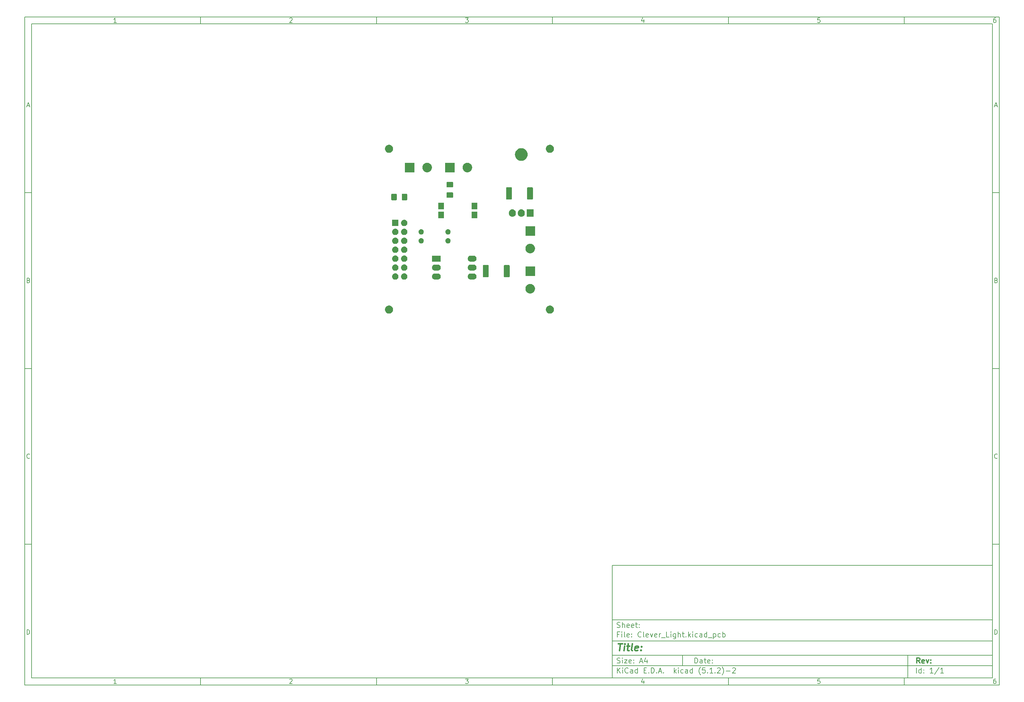
<source format=gbr>
G04 #@! TF.GenerationSoftware,KiCad,Pcbnew,(5.1.2)-2*
G04 #@! TF.CreationDate,2019-08-12T18:41:55+03:00*
G04 #@! TF.ProjectId,Clever_Light,436c6576-6572-45f4-9c69-6768742e6b69,rev?*
G04 #@! TF.SameCoordinates,Original*
G04 #@! TF.FileFunction,Soldermask,Bot*
G04 #@! TF.FilePolarity,Negative*
%FSLAX46Y46*%
G04 Gerber Fmt 4.6, Leading zero omitted, Abs format (unit mm)*
G04 Created by KiCad (PCBNEW (5.1.2)-2) date 2019-08-12 18:41:55*
%MOMM*%
%LPD*%
G04 APERTURE LIST*
%ADD10C,0.100000*%
%ADD11C,0.150000*%
%ADD12C,0.300000*%
%ADD13C,0.400000*%
G04 APERTURE END LIST*
D10*
D11*
X177002200Y-166007200D02*
X177002200Y-198007200D01*
X285002200Y-198007200D01*
X285002200Y-166007200D01*
X177002200Y-166007200D01*
D10*
D11*
X10000000Y-10000000D02*
X10000000Y-200007200D01*
X287002200Y-200007200D01*
X287002200Y-10000000D01*
X10000000Y-10000000D01*
D10*
D11*
X12000000Y-12000000D02*
X12000000Y-198007200D01*
X285002200Y-198007200D01*
X285002200Y-12000000D01*
X12000000Y-12000000D01*
D10*
D11*
X60000000Y-12000000D02*
X60000000Y-10000000D01*
D10*
D11*
X110000000Y-12000000D02*
X110000000Y-10000000D01*
D10*
D11*
X160000000Y-12000000D02*
X160000000Y-10000000D01*
D10*
D11*
X210000000Y-12000000D02*
X210000000Y-10000000D01*
D10*
D11*
X260000000Y-12000000D02*
X260000000Y-10000000D01*
D10*
D11*
X36065476Y-11588095D02*
X35322619Y-11588095D01*
X35694047Y-11588095D02*
X35694047Y-10288095D01*
X35570238Y-10473809D01*
X35446428Y-10597619D01*
X35322619Y-10659523D01*
D10*
D11*
X85322619Y-10411904D02*
X85384523Y-10350000D01*
X85508333Y-10288095D01*
X85817857Y-10288095D01*
X85941666Y-10350000D01*
X86003571Y-10411904D01*
X86065476Y-10535714D01*
X86065476Y-10659523D01*
X86003571Y-10845238D01*
X85260714Y-11588095D01*
X86065476Y-11588095D01*
D10*
D11*
X135260714Y-10288095D02*
X136065476Y-10288095D01*
X135632142Y-10783333D01*
X135817857Y-10783333D01*
X135941666Y-10845238D01*
X136003571Y-10907142D01*
X136065476Y-11030952D01*
X136065476Y-11340476D01*
X136003571Y-11464285D01*
X135941666Y-11526190D01*
X135817857Y-11588095D01*
X135446428Y-11588095D01*
X135322619Y-11526190D01*
X135260714Y-11464285D01*
D10*
D11*
X185941666Y-10721428D02*
X185941666Y-11588095D01*
X185632142Y-10226190D02*
X185322619Y-11154761D01*
X186127380Y-11154761D01*
D10*
D11*
X236003571Y-10288095D02*
X235384523Y-10288095D01*
X235322619Y-10907142D01*
X235384523Y-10845238D01*
X235508333Y-10783333D01*
X235817857Y-10783333D01*
X235941666Y-10845238D01*
X236003571Y-10907142D01*
X236065476Y-11030952D01*
X236065476Y-11340476D01*
X236003571Y-11464285D01*
X235941666Y-11526190D01*
X235817857Y-11588095D01*
X235508333Y-11588095D01*
X235384523Y-11526190D01*
X235322619Y-11464285D01*
D10*
D11*
X285941666Y-10288095D02*
X285694047Y-10288095D01*
X285570238Y-10350000D01*
X285508333Y-10411904D01*
X285384523Y-10597619D01*
X285322619Y-10845238D01*
X285322619Y-11340476D01*
X285384523Y-11464285D01*
X285446428Y-11526190D01*
X285570238Y-11588095D01*
X285817857Y-11588095D01*
X285941666Y-11526190D01*
X286003571Y-11464285D01*
X286065476Y-11340476D01*
X286065476Y-11030952D01*
X286003571Y-10907142D01*
X285941666Y-10845238D01*
X285817857Y-10783333D01*
X285570238Y-10783333D01*
X285446428Y-10845238D01*
X285384523Y-10907142D01*
X285322619Y-11030952D01*
D10*
D11*
X60000000Y-198007200D02*
X60000000Y-200007200D01*
D10*
D11*
X110000000Y-198007200D02*
X110000000Y-200007200D01*
D10*
D11*
X160000000Y-198007200D02*
X160000000Y-200007200D01*
D10*
D11*
X210000000Y-198007200D02*
X210000000Y-200007200D01*
D10*
D11*
X260000000Y-198007200D02*
X260000000Y-200007200D01*
D10*
D11*
X36065476Y-199595295D02*
X35322619Y-199595295D01*
X35694047Y-199595295D02*
X35694047Y-198295295D01*
X35570238Y-198481009D01*
X35446428Y-198604819D01*
X35322619Y-198666723D01*
D10*
D11*
X85322619Y-198419104D02*
X85384523Y-198357200D01*
X85508333Y-198295295D01*
X85817857Y-198295295D01*
X85941666Y-198357200D01*
X86003571Y-198419104D01*
X86065476Y-198542914D01*
X86065476Y-198666723D01*
X86003571Y-198852438D01*
X85260714Y-199595295D01*
X86065476Y-199595295D01*
D10*
D11*
X135260714Y-198295295D02*
X136065476Y-198295295D01*
X135632142Y-198790533D01*
X135817857Y-198790533D01*
X135941666Y-198852438D01*
X136003571Y-198914342D01*
X136065476Y-199038152D01*
X136065476Y-199347676D01*
X136003571Y-199471485D01*
X135941666Y-199533390D01*
X135817857Y-199595295D01*
X135446428Y-199595295D01*
X135322619Y-199533390D01*
X135260714Y-199471485D01*
D10*
D11*
X185941666Y-198728628D02*
X185941666Y-199595295D01*
X185632142Y-198233390D02*
X185322619Y-199161961D01*
X186127380Y-199161961D01*
D10*
D11*
X236003571Y-198295295D02*
X235384523Y-198295295D01*
X235322619Y-198914342D01*
X235384523Y-198852438D01*
X235508333Y-198790533D01*
X235817857Y-198790533D01*
X235941666Y-198852438D01*
X236003571Y-198914342D01*
X236065476Y-199038152D01*
X236065476Y-199347676D01*
X236003571Y-199471485D01*
X235941666Y-199533390D01*
X235817857Y-199595295D01*
X235508333Y-199595295D01*
X235384523Y-199533390D01*
X235322619Y-199471485D01*
D10*
D11*
X285941666Y-198295295D02*
X285694047Y-198295295D01*
X285570238Y-198357200D01*
X285508333Y-198419104D01*
X285384523Y-198604819D01*
X285322619Y-198852438D01*
X285322619Y-199347676D01*
X285384523Y-199471485D01*
X285446428Y-199533390D01*
X285570238Y-199595295D01*
X285817857Y-199595295D01*
X285941666Y-199533390D01*
X286003571Y-199471485D01*
X286065476Y-199347676D01*
X286065476Y-199038152D01*
X286003571Y-198914342D01*
X285941666Y-198852438D01*
X285817857Y-198790533D01*
X285570238Y-198790533D01*
X285446428Y-198852438D01*
X285384523Y-198914342D01*
X285322619Y-199038152D01*
D10*
D11*
X10000000Y-60000000D02*
X12000000Y-60000000D01*
D10*
D11*
X10000000Y-110000000D02*
X12000000Y-110000000D01*
D10*
D11*
X10000000Y-160000000D02*
X12000000Y-160000000D01*
D10*
D11*
X10690476Y-35216666D02*
X11309523Y-35216666D01*
X10566666Y-35588095D02*
X11000000Y-34288095D01*
X11433333Y-35588095D01*
D10*
D11*
X11092857Y-84907142D02*
X11278571Y-84969047D01*
X11340476Y-85030952D01*
X11402380Y-85154761D01*
X11402380Y-85340476D01*
X11340476Y-85464285D01*
X11278571Y-85526190D01*
X11154761Y-85588095D01*
X10659523Y-85588095D01*
X10659523Y-84288095D01*
X11092857Y-84288095D01*
X11216666Y-84350000D01*
X11278571Y-84411904D01*
X11340476Y-84535714D01*
X11340476Y-84659523D01*
X11278571Y-84783333D01*
X11216666Y-84845238D01*
X11092857Y-84907142D01*
X10659523Y-84907142D01*
D10*
D11*
X11402380Y-135464285D02*
X11340476Y-135526190D01*
X11154761Y-135588095D01*
X11030952Y-135588095D01*
X10845238Y-135526190D01*
X10721428Y-135402380D01*
X10659523Y-135278571D01*
X10597619Y-135030952D01*
X10597619Y-134845238D01*
X10659523Y-134597619D01*
X10721428Y-134473809D01*
X10845238Y-134350000D01*
X11030952Y-134288095D01*
X11154761Y-134288095D01*
X11340476Y-134350000D01*
X11402380Y-134411904D01*
D10*
D11*
X10659523Y-185588095D02*
X10659523Y-184288095D01*
X10969047Y-184288095D01*
X11154761Y-184350000D01*
X11278571Y-184473809D01*
X11340476Y-184597619D01*
X11402380Y-184845238D01*
X11402380Y-185030952D01*
X11340476Y-185278571D01*
X11278571Y-185402380D01*
X11154761Y-185526190D01*
X10969047Y-185588095D01*
X10659523Y-185588095D01*
D10*
D11*
X287002200Y-60000000D02*
X285002200Y-60000000D01*
D10*
D11*
X287002200Y-110000000D02*
X285002200Y-110000000D01*
D10*
D11*
X287002200Y-160000000D02*
X285002200Y-160000000D01*
D10*
D11*
X285692676Y-35216666D02*
X286311723Y-35216666D01*
X285568866Y-35588095D02*
X286002200Y-34288095D01*
X286435533Y-35588095D01*
D10*
D11*
X286095057Y-84907142D02*
X286280771Y-84969047D01*
X286342676Y-85030952D01*
X286404580Y-85154761D01*
X286404580Y-85340476D01*
X286342676Y-85464285D01*
X286280771Y-85526190D01*
X286156961Y-85588095D01*
X285661723Y-85588095D01*
X285661723Y-84288095D01*
X286095057Y-84288095D01*
X286218866Y-84350000D01*
X286280771Y-84411904D01*
X286342676Y-84535714D01*
X286342676Y-84659523D01*
X286280771Y-84783333D01*
X286218866Y-84845238D01*
X286095057Y-84907142D01*
X285661723Y-84907142D01*
D10*
D11*
X286404580Y-135464285D02*
X286342676Y-135526190D01*
X286156961Y-135588095D01*
X286033152Y-135588095D01*
X285847438Y-135526190D01*
X285723628Y-135402380D01*
X285661723Y-135278571D01*
X285599819Y-135030952D01*
X285599819Y-134845238D01*
X285661723Y-134597619D01*
X285723628Y-134473809D01*
X285847438Y-134350000D01*
X286033152Y-134288095D01*
X286156961Y-134288095D01*
X286342676Y-134350000D01*
X286404580Y-134411904D01*
D10*
D11*
X285661723Y-185588095D02*
X285661723Y-184288095D01*
X285971247Y-184288095D01*
X286156961Y-184350000D01*
X286280771Y-184473809D01*
X286342676Y-184597619D01*
X286404580Y-184845238D01*
X286404580Y-185030952D01*
X286342676Y-185278571D01*
X286280771Y-185402380D01*
X286156961Y-185526190D01*
X285971247Y-185588095D01*
X285661723Y-185588095D01*
D10*
D11*
X200434342Y-193785771D02*
X200434342Y-192285771D01*
X200791485Y-192285771D01*
X201005771Y-192357200D01*
X201148628Y-192500057D01*
X201220057Y-192642914D01*
X201291485Y-192928628D01*
X201291485Y-193142914D01*
X201220057Y-193428628D01*
X201148628Y-193571485D01*
X201005771Y-193714342D01*
X200791485Y-193785771D01*
X200434342Y-193785771D01*
X202577200Y-193785771D02*
X202577200Y-193000057D01*
X202505771Y-192857200D01*
X202362914Y-192785771D01*
X202077200Y-192785771D01*
X201934342Y-192857200D01*
X202577200Y-193714342D02*
X202434342Y-193785771D01*
X202077200Y-193785771D01*
X201934342Y-193714342D01*
X201862914Y-193571485D01*
X201862914Y-193428628D01*
X201934342Y-193285771D01*
X202077200Y-193214342D01*
X202434342Y-193214342D01*
X202577200Y-193142914D01*
X203077200Y-192785771D02*
X203648628Y-192785771D01*
X203291485Y-192285771D02*
X203291485Y-193571485D01*
X203362914Y-193714342D01*
X203505771Y-193785771D01*
X203648628Y-193785771D01*
X204720057Y-193714342D02*
X204577200Y-193785771D01*
X204291485Y-193785771D01*
X204148628Y-193714342D01*
X204077200Y-193571485D01*
X204077200Y-193000057D01*
X204148628Y-192857200D01*
X204291485Y-192785771D01*
X204577200Y-192785771D01*
X204720057Y-192857200D01*
X204791485Y-193000057D01*
X204791485Y-193142914D01*
X204077200Y-193285771D01*
X205434342Y-193642914D02*
X205505771Y-193714342D01*
X205434342Y-193785771D01*
X205362914Y-193714342D01*
X205434342Y-193642914D01*
X205434342Y-193785771D01*
X205434342Y-192857200D02*
X205505771Y-192928628D01*
X205434342Y-193000057D01*
X205362914Y-192928628D01*
X205434342Y-192857200D01*
X205434342Y-193000057D01*
D10*
D11*
X177002200Y-194507200D02*
X285002200Y-194507200D01*
D10*
D11*
X178434342Y-196585771D02*
X178434342Y-195085771D01*
X179291485Y-196585771D02*
X178648628Y-195728628D01*
X179291485Y-195085771D02*
X178434342Y-195942914D01*
X179934342Y-196585771D02*
X179934342Y-195585771D01*
X179934342Y-195085771D02*
X179862914Y-195157200D01*
X179934342Y-195228628D01*
X180005771Y-195157200D01*
X179934342Y-195085771D01*
X179934342Y-195228628D01*
X181505771Y-196442914D02*
X181434342Y-196514342D01*
X181220057Y-196585771D01*
X181077200Y-196585771D01*
X180862914Y-196514342D01*
X180720057Y-196371485D01*
X180648628Y-196228628D01*
X180577200Y-195942914D01*
X180577200Y-195728628D01*
X180648628Y-195442914D01*
X180720057Y-195300057D01*
X180862914Y-195157200D01*
X181077200Y-195085771D01*
X181220057Y-195085771D01*
X181434342Y-195157200D01*
X181505771Y-195228628D01*
X182791485Y-196585771D02*
X182791485Y-195800057D01*
X182720057Y-195657200D01*
X182577200Y-195585771D01*
X182291485Y-195585771D01*
X182148628Y-195657200D01*
X182791485Y-196514342D02*
X182648628Y-196585771D01*
X182291485Y-196585771D01*
X182148628Y-196514342D01*
X182077200Y-196371485D01*
X182077200Y-196228628D01*
X182148628Y-196085771D01*
X182291485Y-196014342D01*
X182648628Y-196014342D01*
X182791485Y-195942914D01*
X184148628Y-196585771D02*
X184148628Y-195085771D01*
X184148628Y-196514342D02*
X184005771Y-196585771D01*
X183720057Y-196585771D01*
X183577200Y-196514342D01*
X183505771Y-196442914D01*
X183434342Y-196300057D01*
X183434342Y-195871485D01*
X183505771Y-195728628D01*
X183577200Y-195657200D01*
X183720057Y-195585771D01*
X184005771Y-195585771D01*
X184148628Y-195657200D01*
X186005771Y-195800057D02*
X186505771Y-195800057D01*
X186720057Y-196585771D02*
X186005771Y-196585771D01*
X186005771Y-195085771D01*
X186720057Y-195085771D01*
X187362914Y-196442914D02*
X187434342Y-196514342D01*
X187362914Y-196585771D01*
X187291485Y-196514342D01*
X187362914Y-196442914D01*
X187362914Y-196585771D01*
X188077200Y-196585771D02*
X188077200Y-195085771D01*
X188434342Y-195085771D01*
X188648628Y-195157200D01*
X188791485Y-195300057D01*
X188862914Y-195442914D01*
X188934342Y-195728628D01*
X188934342Y-195942914D01*
X188862914Y-196228628D01*
X188791485Y-196371485D01*
X188648628Y-196514342D01*
X188434342Y-196585771D01*
X188077200Y-196585771D01*
X189577200Y-196442914D02*
X189648628Y-196514342D01*
X189577200Y-196585771D01*
X189505771Y-196514342D01*
X189577200Y-196442914D01*
X189577200Y-196585771D01*
X190220057Y-196157200D02*
X190934342Y-196157200D01*
X190077200Y-196585771D02*
X190577200Y-195085771D01*
X191077200Y-196585771D01*
X191577200Y-196442914D02*
X191648628Y-196514342D01*
X191577200Y-196585771D01*
X191505771Y-196514342D01*
X191577200Y-196442914D01*
X191577200Y-196585771D01*
X194577200Y-196585771D02*
X194577200Y-195085771D01*
X194720057Y-196014342D02*
X195148628Y-196585771D01*
X195148628Y-195585771D02*
X194577200Y-196157200D01*
X195791485Y-196585771D02*
X195791485Y-195585771D01*
X195791485Y-195085771D02*
X195720057Y-195157200D01*
X195791485Y-195228628D01*
X195862914Y-195157200D01*
X195791485Y-195085771D01*
X195791485Y-195228628D01*
X197148628Y-196514342D02*
X197005771Y-196585771D01*
X196720057Y-196585771D01*
X196577200Y-196514342D01*
X196505771Y-196442914D01*
X196434342Y-196300057D01*
X196434342Y-195871485D01*
X196505771Y-195728628D01*
X196577200Y-195657200D01*
X196720057Y-195585771D01*
X197005771Y-195585771D01*
X197148628Y-195657200D01*
X198434342Y-196585771D02*
X198434342Y-195800057D01*
X198362914Y-195657200D01*
X198220057Y-195585771D01*
X197934342Y-195585771D01*
X197791485Y-195657200D01*
X198434342Y-196514342D02*
X198291485Y-196585771D01*
X197934342Y-196585771D01*
X197791485Y-196514342D01*
X197720057Y-196371485D01*
X197720057Y-196228628D01*
X197791485Y-196085771D01*
X197934342Y-196014342D01*
X198291485Y-196014342D01*
X198434342Y-195942914D01*
X199791485Y-196585771D02*
X199791485Y-195085771D01*
X199791485Y-196514342D02*
X199648628Y-196585771D01*
X199362914Y-196585771D01*
X199220057Y-196514342D01*
X199148628Y-196442914D01*
X199077200Y-196300057D01*
X199077200Y-195871485D01*
X199148628Y-195728628D01*
X199220057Y-195657200D01*
X199362914Y-195585771D01*
X199648628Y-195585771D01*
X199791485Y-195657200D01*
X202077200Y-197157200D02*
X202005771Y-197085771D01*
X201862914Y-196871485D01*
X201791485Y-196728628D01*
X201720057Y-196514342D01*
X201648628Y-196157200D01*
X201648628Y-195871485D01*
X201720057Y-195514342D01*
X201791485Y-195300057D01*
X201862914Y-195157200D01*
X202005771Y-194942914D01*
X202077200Y-194871485D01*
X203362914Y-195085771D02*
X202648628Y-195085771D01*
X202577200Y-195800057D01*
X202648628Y-195728628D01*
X202791485Y-195657200D01*
X203148628Y-195657200D01*
X203291485Y-195728628D01*
X203362914Y-195800057D01*
X203434342Y-195942914D01*
X203434342Y-196300057D01*
X203362914Y-196442914D01*
X203291485Y-196514342D01*
X203148628Y-196585771D01*
X202791485Y-196585771D01*
X202648628Y-196514342D01*
X202577200Y-196442914D01*
X204077200Y-196442914D02*
X204148628Y-196514342D01*
X204077200Y-196585771D01*
X204005771Y-196514342D01*
X204077200Y-196442914D01*
X204077200Y-196585771D01*
X205577200Y-196585771D02*
X204720057Y-196585771D01*
X205148628Y-196585771D02*
X205148628Y-195085771D01*
X205005771Y-195300057D01*
X204862914Y-195442914D01*
X204720057Y-195514342D01*
X206220057Y-196442914D02*
X206291485Y-196514342D01*
X206220057Y-196585771D01*
X206148628Y-196514342D01*
X206220057Y-196442914D01*
X206220057Y-196585771D01*
X206862914Y-195228628D02*
X206934342Y-195157200D01*
X207077200Y-195085771D01*
X207434342Y-195085771D01*
X207577200Y-195157200D01*
X207648628Y-195228628D01*
X207720057Y-195371485D01*
X207720057Y-195514342D01*
X207648628Y-195728628D01*
X206791485Y-196585771D01*
X207720057Y-196585771D01*
X208220057Y-197157200D02*
X208291485Y-197085771D01*
X208434342Y-196871485D01*
X208505771Y-196728628D01*
X208577200Y-196514342D01*
X208648628Y-196157200D01*
X208648628Y-195871485D01*
X208577200Y-195514342D01*
X208505771Y-195300057D01*
X208434342Y-195157200D01*
X208291485Y-194942914D01*
X208220057Y-194871485D01*
X209362914Y-196014342D02*
X210505771Y-196014342D01*
X211148628Y-195228628D02*
X211220057Y-195157200D01*
X211362914Y-195085771D01*
X211720057Y-195085771D01*
X211862914Y-195157200D01*
X211934342Y-195228628D01*
X212005771Y-195371485D01*
X212005771Y-195514342D01*
X211934342Y-195728628D01*
X211077200Y-196585771D01*
X212005771Y-196585771D01*
D10*
D11*
X177002200Y-191507200D02*
X285002200Y-191507200D01*
D10*
D12*
X264411485Y-193785771D02*
X263911485Y-193071485D01*
X263554342Y-193785771D02*
X263554342Y-192285771D01*
X264125771Y-192285771D01*
X264268628Y-192357200D01*
X264340057Y-192428628D01*
X264411485Y-192571485D01*
X264411485Y-192785771D01*
X264340057Y-192928628D01*
X264268628Y-193000057D01*
X264125771Y-193071485D01*
X263554342Y-193071485D01*
X265625771Y-193714342D02*
X265482914Y-193785771D01*
X265197200Y-193785771D01*
X265054342Y-193714342D01*
X264982914Y-193571485D01*
X264982914Y-193000057D01*
X265054342Y-192857200D01*
X265197200Y-192785771D01*
X265482914Y-192785771D01*
X265625771Y-192857200D01*
X265697200Y-193000057D01*
X265697200Y-193142914D01*
X264982914Y-193285771D01*
X266197200Y-192785771D02*
X266554342Y-193785771D01*
X266911485Y-192785771D01*
X267482914Y-193642914D02*
X267554342Y-193714342D01*
X267482914Y-193785771D01*
X267411485Y-193714342D01*
X267482914Y-193642914D01*
X267482914Y-193785771D01*
X267482914Y-192857200D02*
X267554342Y-192928628D01*
X267482914Y-193000057D01*
X267411485Y-192928628D01*
X267482914Y-192857200D01*
X267482914Y-193000057D01*
D10*
D11*
X178362914Y-193714342D02*
X178577200Y-193785771D01*
X178934342Y-193785771D01*
X179077200Y-193714342D01*
X179148628Y-193642914D01*
X179220057Y-193500057D01*
X179220057Y-193357200D01*
X179148628Y-193214342D01*
X179077200Y-193142914D01*
X178934342Y-193071485D01*
X178648628Y-193000057D01*
X178505771Y-192928628D01*
X178434342Y-192857200D01*
X178362914Y-192714342D01*
X178362914Y-192571485D01*
X178434342Y-192428628D01*
X178505771Y-192357200D01*
X178648628Y-192285771D01*
X179005771Y-192285771D01*
X179220057Y-192357200D01*
X179862914Y-193785771D02*
X179862914Y-192785771D01*
X179862914Y-192285771D02*
X179791485Y-192357200D01*
X179862914Y-192428628D01*
X179934342Y-192357200D01*
X179862914Y-192285771D01*
X179862914Y-192428628D01*
X180434342Y-192785771D02*
X181220057Y-192785771D01*
X180434342Y-193785771D01*
X181220057Y-193785771D01*
X182362914Y-193714342D02*
X182220057Y-193785771D01*
X181934342Y-193785771D01*
X181791485Y-193714342D01*
X181720057Y-193571485D01*
X181720057Y-193000057D01*
X181791485Y-192857200D01*
X181934342Y-192785771D01*
X182220057Y-192785771D01*
X182362914Y-192857200D01*
X182434342Y-193000057D01*
X182434342Y-193142914D01*
X181720057Y-193285771D01*
X183077200Y-193642914D02*
X183148628Y-193714342D01*
X183077200Y-193785771D01*
X183005771Y-193714342D01*
X183077200Y-193642914D01*
X183077200Y-193785771D01*
X183077200Y-192857200D02*
X183148628Y-192928628D01*
X183077200Y-193000057D01*
X183005771Y-192928628D01*
X183077200Y-192857200D01*
X183077200Y-193000057D01*
X184862914Y-193357200D02*
X185577200Y-193357200D01*
X184720057Y-193785771D02*
X185220057Y-192285771D01*
X185720057Y-193785771D01*
X186862914Y-192785771D02*
X186862914Y-193785771D01*
X186505771Y-192214342D02*
X186148628Y-193285771D01*
X187077200Y-193285771D01*
D10*
D11*
X263434342Y-196585771D02*
X263434342Y-195085771D01*
X264791485Y-196585771D02*
X264791485Y-195085771D01*
X264791485Y-196514342D02*
X264648628Y-196585771D01*
X264362914Y-196585771D01*
X264220057Y-196514342D01*
X264148628Y-196442914D01*
X264077200Y-196300057D01*
X264077200Y-195871485D01*
X264148628Y-195728628D01*
X264220057Y-195657200D01*
X264362914Y-195585771D01*
X264648628Y-195585771D01*
X264791485Y-195657200D01*
X265505771Y-196442914D02*
X265577200Y-196514342D01*
X265505771Y-196585771D01*
X265434342Y-196514342D01*
X265505771Y-196442914D01*
X265505771Y-196585771D01*
X265505771Y-195657200D02*
X265577200Y-195728628D01*
X265505771Y-195800057D01*
X265434342Y-195728628D01*
X265505771Y-195657200D01*
X265505771Y-195800057D01*
X268148628Y-196585771D02*
X267291485Y-196585771D01*
X267720057Y-196585771D02*
X267720057Y-195085771D01*
X267577200Y-195300057D01*
X267434342Y-195442914D01*
X267291485Y-195514342D01*
X269862914Y-195014342D02*
X268577200Y-196942914D01*
X271148628Y-196585771D02*
X270291485Y-196585771D01*
X270720057Y-196585771D02*
X270720057Y-195085771D01*
X270577200Y-195300057D01*
X270434342Y-195442914D01*
X270291485Y-195514342D01*
D10*
D11*
X177002200Y-187507200D02*
X285002200Y-187507200D01*
D10*
D13*
X178714580Y-188211961D02*
X179857438Y-188211961D01*
X179036009Y-190211961D02*
X179286009Y-188211961D01*
X180274104Y-190211961D02*
X180440771Y-188878628D01*
X180524104Y-188211961D02*
X180416961Y-188307200D01*
X180500295Y-188402438D01*
X180607438Y-188307200D01*
X180524104Y-188211961D01*
X180500295Y-188402438D01*
X181107438Y-188878628D02*
X181869342Y-188878628D01*
X181476485Y-188211961D02*
X181262200Y-189926247D01*
X181333628Y-190116723D01*
X181512200Y-190211961D01*
X181702676Y-190211961D01*
X182655057Y-190211961D02*
X182476485Y-190116723D01*
X182405057Y-189926247D01*
X182619342Y-188211961D01*
X184190771Y-190116723D02*
X183988390Y-190211961D01*
X183607438Y-190211961D01*
X183428866Y-190116723D01*
X183357438Y-189926247D01*
X183452676Y-189164342D01*
X183571723Y-188973866D01*
X183774104Y-188878628D01*
X184155057Y-188878628D01*
X184333628Y-188973866D01*
X184405057Y-189164342D01*
X184381247Y-189354819D01*
X183405057Y-189545295D01*
X185155057Y-190021485D02*
X185238390Y-190116723D01*
X185131247Y-190211961D01*
X185047914Y-190116723D01*
X185155057Y-190021485D01*
X185131247Y-190211961D01*
X185286009Y-188973866D02*
X185369342Y-189069104D01*
X185262200Y-189164342D01*
X185178866Y-189069104D01*
X185286009Y-188973866D01*
X185262200Y-189164342D01*
D10*
D11*
X178934342Y-185600057D02*
X178434342Y-185600057D01*
X178434342Y-186385771D02*
X178434342Y-184885771D01*
X179148628Y-184885771D01*
X179720057Y-186385771D02*
X179720057Y-185385771D01*
X179720057Y-184885771D02*
X179648628Y-184957200D01*
X179720057Y-185028628D01*
X179791485Y-184957200D01*
X179720057Y-184885771D01*
X179720057Y-185028628D01*
X180648628Y-186385771D02*
X180505771Y-186314342D01*
X180434342Y-186171485D01*
X180434342Y-184885771D01*
X181791485Y-186314342D02*
X181648628Y-186385771D01*
X181362914Y-186385771D01*
X181220057Y-186314342D01*
X181148628Y-186171485D01*
X181148628Y-185600057D01*
X181220057Y-185457200D01*
X181362914Y-185385771D01*
X181648628Y-185385771D01*
X181791485Y-185457200D01*
X181862914Y-185600057D01*
X181862914Y-185742914D01*
X181148628Y-185885771D01*
X182505771Y-186242914D02*
X182577200Y-186314342D01*
X182505771Y-186385771D01*
X182434342Y-186314342D01*
X182505771Y-186242914D01*
X182505771Y-186385771D01*
X182505771Y-185457200D02*
X182577200Y-185528628D01*
X182505771Y-185600057D01*
X182434342Y-185528628D01*
X182505771Y-185457200D01*
X182505771Y-185600057D01*
X185220057Y-186242914D02*
X185148628Y-186314342D01*
X184934342Y-186385771D01*
X184791485Y-186385771D01*
X184577200Y-186314342D01*
X184434342Y-186171485D01*
X184362914Y-186028628D01*
X184291485Y-185742914D01*
X184291485Y-185528628D01*
X184362914Y-185242914D01*
X184434342Y-185100057D01*
X184577200Y-184957200D01*
X184791485Y-184885771D01*
X184934342Y-184885771D01*
X185148628Y-184957200D01*
X185220057Y-185028628D01*
X186077200Y-186385771D02*
X185934342Y-186314342D01*
X185862914Y-186171485D01*
X185862914Y-184885771D01*
X187220057Y-186314342D02*
X187077200Y-186385771D01*
X186791485Y-186385771D01*
X186648628Y-186314342D01*
X186577200Y-186171485D01*
X186577200Y-185600057D01*
X186648628Y-185457200D01*
X186791485Y-185385771D01*
X187077200Y-185385771D01*
X187220057Y-185457200D01*
X187291485Y-185600057D01*
X187291485Y-185742914D01*
X186577200Y-185885771D01*
X187791485Y-185385771D02*
X188148628Y-186385771D01*
X188505771Y-185385771D01*
X189648628Y-186314342D02*
X189505771Y-186385771D01*
X189220057Y-186385771D01*
X189077200Y-186314342D01*
X189005771Y-186171485D01*
X189005771Y-185600057D01*
X189077200Y-185457200D01*
X189220057Y-185385771D01*
X189505771Y-185385771D01*
X189648628Y-185457200D01*
X189720057Y-185600057D01*
X189720057Y-185742914D01*
X189005771Y-185885771D01*
X190362914Y-186385771D02*
X190362914Y-185385771D01*
X190362914Y-185671485D02*
X190434342Y-185528628D01*
X190505771Y-185457200D01*
X190648628Y-185385771D01*
X190791485Y-185385771D01*
X190934342Y-186528628D02*
X192077200Y-186528628D01*
X193148628Y-186385771D02*
X192434342Y-186385771D01*
X192434342Y-184885771D01*
X193648628Y-186385771D02*
X193648628Y-185385771D01*
X193648628Y-184885771D02*
X193577200Y-184957200D01*
X193648628Y-185028628D01*
X193720057Y-184957200D01*
X193648628Y-184885771D01*
X193648628Y-185028628D01*
X195005771Y-185385771D02*
X195005771Y-186600057D01*
X194934342Y-186742914D01*
X194862914Y-186814342D01*
X194720057Y-186885771D01*
X194505771Y-186885771D01*
X194362914Y-186814342D01*
X195005771Y-186314342D02*
X194862914Y-186385771D01*
X194577200Y-186385771D01*
X194434342Y-186314342D01*
X194362914Y-186242914D01*
X194291485Y-186100057D01*
X194291485Y-185671485D01*
X194362914Y-185528628D01*
X194434342Y-185457200D01*
X194577200Y-185385771D01*
X194862914Y-185385771D01*
X195005771Y-185457200D01*
X195720057Y-186385771D02*
X195720057Y-184885771D01*
X196362914Y-186385771D02*
X196362914Y-185600057D01*
X196291485Y-185457200D01*
X196148628Y-185385771D01*
X195934342Y-185385771D01*
X195791485Y-185457200D01*
X195720057Y-185528628D01*
X196862914Y-185385771D02*
X197434342Y-185385771D01*
X197077200Y-184885771D02*
X197077200Y-186171485D01*
X197148628Y-186314342D01*
X197291485Y-186385771D01*
X197434342Y-186385771D01*
X197934342Y-186242914D02*
X198005771Y-186314342D01*
X197934342Y-186385771D01*
X197862914Y-186314342D01*
X197934342Y-186242914D01*
X197934342Y-186385771D01*
X198648628Y-186385771D02*
X198648628Y-184885771D01*
X198791485Y-185814342D02*
X199220057Y-186385771D01*
X199220057Y-185385771D02*
X198648628Y-185957200D01*
X199862914Y-186385771D02*
X199862914Y-185385771D01*
X199862914Y-184885771D02*
X199791485Y-184957200D01*
X199862914Y-185028628D01*
X199934342Y-184957200D01*
X199862914Y-184885771D01*
X199862914Y-185028628D01*
X201220057Y-186314342D02*
X201077200Y-186385771D01*
X200791485Y-186385771D01*
X200648628Y-186314342D01*
X200577200Y-186242914D01*
X200505771Y-186100057D01*
X200505771Y-185671485D01*
X200577200Y-185528628D01*
X200648628Y-185457200D01*
X200791485Y-185385771D01*
X201077200Y-185385771D01*
X201220057Y-185457200D01*
X202505771Y-186385771D02*
X202505771Y-185600057D01*
X202434342Y-185457200D01*
X202291485Y-185385771D01*
X202005771Y-185385771D01*
X201862914Y-185457200D01*
X202505771Y-186314342D02*
X202362914Y-186385771D01*
X202005771Y-186385771D01*
X201862914Y-186314342D01*
X201791485Y-186171485D01*
X201791485Y-186028628D01*
X201862914Y-185885771D01*
X202005771Y-185814342D01*
X202362914Y-185814342D01*
X202505771Y-185742914D01*
X203862914Y-186385771D02*
X203862914Y-184885771D01*
X203862914Y-186314342D02*
X203720057Y-186385771D01*
X203434342Y-186385771D01*
X203291485Y-186314342D01*
X203220057Y-186242914D01*
X203148628Y-186100057D01*
X203148628Y-185671485D01*
X203220057Y-185528628D01*
X203291485Y-185457200D01*
X203434342Y-185385771D01*
X203720057Y-185385771D01*
X203862914Y-185457200D01*
X204220057Y-186528628D02*
X205362914Y-186528628D01*
X205720057Y-185385771D02*
X205720057Y-186885771D01*
X205720057Y-185457200D02*
X205862914Y-185385771D01*
X206148628Y-185385771D01*
X206291485Y-185457200D01*
X206362914Y-185528628D01*
X206434342Y-185671485D01*
X206434342Y-186100057D01*
X206362914Y-186242914D01*
X206291485Y-186314342D01*
X206148628Y-186385771D01*
X205862914Y-186385771D01*
X205720057Y-186314342D01*
X207720057Y-186314342D02*
X207577200Y-186385771D01*
X207291485Y-186385771D01*
X207148628Y-186314342D01*
X207077200Y-186242914D01*
X207005771Y-186100057D01*
X207005771Y-185671485D01*
X207077200Y-185528628D01*
X207148628Y-185457200D01*
X207291485Y-185385771D01*
X207577200Y-185385771D01*
X207720057Y-185457200D01*
X208362914Y-186385771D02*
X208362914Y-184885771D01*
X208362914Y-185457200D02*
X208505771Y-185385771D01*
X208791485Y-185385771D01*
X208934342Y-185457200D01*
X209005771Y-185528628D01*
X209077200Y-185671485D01*
X209077200Y-186100057D01*
X209005771Y-186242914D01*
X208934342Y-186314342D01*
X208791485Y-186385771D01*
X208505771Y-186385771D01*
X208362914Y-186314342D01*
D10*
D11*
X177002200Y-181507200D02*
X285002200Y-181507200D01*
D10*
D11*
X178362914Y-183614342D02*
X178577200Y-183685771D01*
X178934342Y-183685771D01*
X179077200Y-183614342D01*
X179148628Y-183542914D01*
X179220057Y-183400057D01*
X179220057Y-183257200D01*
X179148628Y-183114342D01*
X179077200Y-183042914D01*
X178934342Y-182971485D01*
X178648628Y-182900057D01*
X178505771Y-182828628D01*
X178434342Y-182757200D01*
X178362914Y-182614342D01*
X178362914Y-182471485D01*
X178434342Y-182328628D01*
X178505771Y-182257200D01*
X178648628Y-182185771D01*
X179005771Y-182185771D01*
X179220057Y-182257200D01*
X179862914Y-183685771D02*
X179862914Y-182185771D01*
X180505771Y-183685771D02*
X180505771Y-182900057D01*
X180434342Y-182757200D01*
X180291485Y-182685771D01*
X180077200Y-182685771D01*
X179934342Y-182757200D01*
X179862914Y-182828628D01*
X181791485Y-183614342D02*
X181648628Y-183685771D01*
X181362914Y-183685771D01*
X181220057Y-183614342D01*
X181148628Y-183471485D01*
X181148628Y-182900057D01*
X181220057Y-182757200D01*
X181362914Y-182685771D01*
X181648628Y-182685771D01*
X181791485Y-182757200D01*
X181862914Y-182900057D01*
X181862914Y-183042914D01*
X181148628Y-183185771D01*
X183077200Y-183614342D02*
X182934342Y-183685771D01*
X182648628Y-183685771D01*
X182505771Y-183614342D01*
X182434342Y-183471485D01*
X182434342Y-182900057D01*
X182505771Y-182757200D01*
X182648628Y-182685771D01*
X182934342Y-182685771D01*
X183077200Y-182757200D01*
X183148628Y-182900057D01*
X183148628Y-183042914D01*
X182434342Y-183185771D01*
X183577200Y-182685771D02*
X184148628Y-182685771D01*
X183791485Y-182185771D02*
X183791485Y-183471485D01*
X183862914Y-183614342D01*
X184005771Y-183685771D01*
X184148628Y-183685771D01*
X184648628Y-183542914D02*
X184720057Y-183614342D01*
X184648628Y-183685771D01*
X184577200Y-183614342D01*
X184648628Y-183542914D01*
X184648628Y-183685771D01*
X184648628Y-182757200D02*
X184720057Y-182828628D01*
X184648628Y-182900057D01*
X184577200Y-182828628D01*
X184648628Y-182757200D01*
X184648628Y-182900057D01*
D10*
D11*
X197002200Y-191507200D02*
X197002200Y-194507200D01*
D10*
D11*
X261002200Y-191507200D02*
X261002200Y-198007200D01*
D10*
G36*
X159482549Y-92089116D02*
G01*
X159593734Y-92111232D01*
X159803203Y-92197997D01*
X159991720Y-92323960D01*
X160152040Y-92484280D01*
X160278003Y-92672797D01*
X160364768Y-92882266D01*
X160409000Y-93104636D01*
X160409000Y-93331364D01*
X160364768Y-93553734D01*
X160278003Y-93763203D01*
X160152040Y-93951720D01*
X159991720Y-94112040D01*
X159803203Y-94238003D01*
X159593734Y-94324768D01*
X159482549Y-94346884D01*
X159371365Y-94369000D01*
X159144635Y-94369000D01*
X159033451Y-94346884D01*
X158922266Y-94324768D01*
X158712797Y-94238003D01*
X158524280Y-94112040D01*
X158363960Y-93951720D01*
X158237997Y-93763203D01*
X158151232Y-93553734D01*
X158107000Y-93331364D01*
X158107000Y-93104636D01*
X158151232Y-92882266D01*
X158237997Y-92672797D01*
X158363960Y-92484280D01*
X158524280Y-92323960D01*
X158712797Y-92197997D01*
X158922266Y-92111232D01*
X159033451Y-92089116D01*
X159144635Y-92067000D01*
X159371365Y-92067000D01*
X159482549Y-92089116D01*
X159482549Y-92089116D01*
G37*
G36*
X113762549Y-92089116D02*
G01*
X113873734Y-92111232D01*
X114083203Y-92197997D01*
X114271720Y-92323960D01*
X114432040Y-92484280D01*
X114558003Y-92672797D01*
X114644768Y-92882266D01*
X114689000Y-93104636D01*
X114689000Y-93331364D01*
X114644768Y-93553734D01*
X114558003Y-93763203D01*
X114432040Y-93951720D01*
X114271720Y-94112040D01*
X114083203Y-94238003D01*
X113873734Y-94324768D01*
X113762549Y-94346884D01*
X113651365Y-94369000D01*
X113424635Y-94369000D01*
X113313451Y-94346884D01*
X113202266Y-94324768D01*
X112992797Y-94238003D01*
X112804280Y-94112040D01*
X112643960Y-93951720D01*
X112517997Y-93763203D01*
X112431232Y-93553734D01*
X112387000Y-93331364D01*
X112387000Y-93104636D01*
X112431232Y-92882266D01*
X112517997Y-92672797D01*
X112643960Y-92484280D01*
X112804280Y-92323960D01*
X112992797Y-92197997D01*
X113202266Y-92111232D01*
X113313451Y-92089116D01*
X113424635Y-92067000D01*
X113651365Y-92067000D01*
X113762549Y-92089116D01*
X113762549Y-92089116D01*
G37*
G36*
X154064072Y-85996918D02*
G01*
X154309939Y-86098759D01*
X154531212Y-86246610D01*
X154719390Y-86434788D01*
X154867241Y-86656061D01*
X154969082Y-86901928D01*
X155021000Y-87162938D01*
X155021000Y-87429062D01*
X154969082Y-87690072D01*
X154867241Y-87935939D01*
X154719390Y-88157212D01*
X154531212Y-88345390D01*
X154309939Y-88493241D01*
X154309938Y-88493242D01*
X154309937Y-88493242D01*
X154064072Y-88595082D01*
X153803063Y-88647000D01*
X153536937Y-88647000D01*
X153275928Y-88595082D01*
X153030063Y-88493242D01*
X153030062Y-88493242D01*
X153030061Y-88493241D01*
X152808788Y-88345390D01*
X152620610Y-88157212D01*
X152472759Y-87935939D01*
X152370918Y-87690072D01*
X152319000Y-87429062D01*
X152319000Y-87162938D01*
X152370918Y-86901928D01*
X152472759Y-86656061D01*
X152620610Y-86434788D01*
X152808788Y-86246610D01*
X153030061Y-86098759D01*
X153275928Y-85996918D01*
X153536937Y-85945000D01*
X153803063Y-85945000D01*
X154064072Y-85996918D01*
X154064072Y-85996918D01*
G37*
G36*
X115495294Y-82918633D02*
G01*
X115667695Y-82970931D01*
X115826583Y-83055858D01*
X115965849Y-83170151D01*
X116080142Y-83309417D01*
X116165069Y-83468305D01*
X116217367Y-83640706D01*
X116235025Y-83820000D01*
X116217367Y-83999294D01*
X116165069Y-84171695D01*
X116080142Y-84330583D01*
X115965849Y-84469849D01*
X115826583Y-84584142D01*
X115667695Y-84669069D01*
X115495294Y-84721367D01*
X115360931Y-84734600D01*
X115271069Y-84734600D01*
X115136706Y-84721367D01*
X114964305Y-84669069D01*
X114805417Y-84584142D01*
X114666151Y-84469849D01*
X114551858Y-84330583D01*
X114466931Y-84171695D01*
X114414633Y-83999294D01*
X114396975Y-83820000D01*
X114414633Y-83640706D01*
X114466931Y-83468305D01*
X114551858Y-83309417D01*
X114666151Y-83170151D01*
X114805417Y-83055858D01*
X114964305Y-82970931D01*
X115136706Y-82918633D01*
X115271069Y-82905400D01*
X115360931Y-82905400D01*
X115495294Y-82918633D01*
X115495294Y-82918633D01*
G37*
G36*
X118035294Y-82918633D02*
G01*
X118207695Y-82970931D01*
X118366583Y-83055858D01*
X118505849Y-83170151D01*
X118620142Y-83309417D01*
X118705069Y-83468305D01*
X118757367Y-83640706D01*
X118775025Y-83820000D01*
X118757367Y-83999294D01*
X118705069Y-84171695D01*
X118620142Y-84330583D01*
X118505849Y-84469849D01*
X118366583Y-84584142D01*
X118207695Y-84669069D01*
X118035294Y-84721367D01*
X117900931Y-84734600D01*
X117811069Y-84734600D01*
X117676706Y-84721367D01*
X117504305Y-84669069D01*
X117345417Y-84584142D01*
X117206151Y-84469849D01*
X117091858Y-84330583D01*
X117006931Y-84171695D01*
X116954633Y-83999294D01*
X116936975Y-83820000D01*
X116954633Y-83640706D01*
X117006931Y-83468305D01*
X117091858Y-83309417D01*
X117206151Y-83170151D01*
X117345417Y-83055858D01*
X117504305Y-82970931D01*
X117676706Y-82918633D01*
X117811069Y-82905400D01*
X117900931Y-82905400D01*
X118035294Y-82918633D01*
X118035294Y-82918633D01*
G37*
G36*
X137726823Y-82981313D02*
G01*
X137887242Y-83029976D01*
X138019906Y-83100886D01*
X138035078Y-83108996D01*
X138164659Y-83215341D01*
X138271004Y-83344922D01*
X138271005Y-83344924D01*
X138350024Y-83492758D01*
X138398687Y-83653177D01*
X138415117Y-83820000D01*
X138398687Y-83986823D01*
X138350024Y-84147242D01*
X138336953Y-84171696D01*
X138271004Y-84295078D01*
X138164659Y-84424659D01*
X138035078Y-84531004D01*
X138035076Y-84531005D01*
X137887242Y-84610024D01*
X137726823Y-84658687D01*
X137601804Y-84671000D01*
X136718196Y-84671000D01*
X136593177Y-84658687D01*
X136432758Y-84610024D01*
X136284924Y-84531005D01*
X136284922Y-84531004D01*
X136155341Y-84424659D01*
X136048996Y-84295078D01*
X135983047Y-84171696D01*
X135969976Y-84147242D01*
X135921313Y-83986823D01*
X135904883Y-83820000D01*
X135921313Y-83653177D01*
X135969976Y-83492758D01*
X136048995Y-83344924D01*
X136048996Y-83344922D01*
X136155341Y-83215341D01*
X136284922Y-83108996D01*
X136300094Y-83100886D01*
X136432758Y-83029976D01*
X136593177Y-82981313D01*
X136718196Y-82969000D01*
X137601804Y-82969000D01*
X137726823Y-82981313D01*
X137726823Y-82981313D01*
G37*
G36*
X127566823Y-82981313D02*
G01*
X127727242Y-83029976D01*
X127859906Y-83100886D01*
X127875078Y-83108996D01*
X128004659Y-83215341D01*
X128111004Y-83344922D01*
X128111005Y-83344924D01*
X128190024Y-83492758D01*
X128238687Y-83653177D01*
X128255117Y-83820000D01*
X128238687Y-83986823D01*
X128190024Y-84147242D01*
X128176953Y-84171696D01*
X128111004Y-84295078D01*
X128004659Y-84424659D01*
X127875078Y-84531004D01*
X127875076Y-84531005D01*
X127727242Y-84610024D01*
X127566823Y-84658687D01*
X127441804Y-84671000D01*
X126558196Y-84671000D01*
X126433177Y-84658687D01*
X126272758Y-84610024D01*
X126124924Y-84531005D01*
X126124922Y-84531004D01*
X125995341Y-84424659D01*
X125888996Y-84295078D01*
X125823047Y-84171696D01*
X125809976Y-84147242D01*
X125761313Y-83986823D01*
X125744883Y-83820000D01*
X125761313Y-83653177D01*
X125809976Y-83492758D01*
X125888995Y-83344924D01*
X125888996Y-83344922D01*
X125995341Y-83215341D01*
X126124922Y-83108996D01*
X126140094Y-83100886D01*
X126272758Y-83029976D01*
X126433177Y-82981313D01*
X126558196Y-82969000D01*
X127441804Y-82969000D01*
X127566823Y-82981313D01*
X127566823Y-82981313D01*
G37*
G36*
X147671820Y-80574103D02*
G01*
X147705985Y-80584467D01*
X147737464Y-80601293D01*
X147765060Y-80623940D01*
X147787707Y-80651536D01*
X147804533Y-80683015D01*
X147814897Y-80717180D01*
X147819000Y-80758842D01*
X147819000Y-83833158D01*
X147814897Y-83874820D01*
X147804533Y-83908985D01*
X147787707Y-83940464D01*
X147765060Y-83968060D01*
X147737464Y-83990707D01*
X147705985Y-84007533D01*
X147671820Y-84017897D01*
X147630158Y-84022000D01*
X146380842Y-84022000D01*
X146339180Y-84017897D01*
X146305015Y-84007533D01*
X146273536Y-83990707D01*
X146245940Y-83968060D01*
X146223293Y-83940464D01*
X146206467Y-83908985D01*
X146196103Y-83874820D01*
X146192000Y-83833158D01*
X146192000Y-80758842D01*
X146196103Y-80717180D01*
X146206467Y-80683015D01*
X146223293Y-80651536D01*
X146245940Y-80623940D01*
X146273536Y-80601293D01*
X146305015Y-80584467D01*
X146339180Y-80574103D01*
X146380842Y-80570000D01*
X147630158Y-80570000D01*
X147671820Y-80574103D01*
X147671820Y-80574103D01*
G37*
G36*
X141696820Y-80574103D02*
G01*
X141730985Y-80584467D01*
X141762464Y-80601293D01*
X141790060Y-80623940D01*
X141812707Y-80651536D01*
X141829533Y-80683015D01*
X141839897Y-80717180D01*
X141844000Y-80758842D01*
X141844000Y-83833158D01*
X141839897Y-83874820D01*
X141829533Y-83908985D01*
X141812707Y-83940464D01*
X141790060Y-83968060D01*
X141762464Y-83990707D01*
X141730985Y-84007533D01*
X141696820Y-84017897D01*
X141655158Y-84022000D01*
X140405842Y-84022000D01*
X140364180Y-84017897D01*
X140330015Y-84007533D01*
X140298536Y-83990707D01*
X140270940Y-83968060D01*
X140248293Y-83940464D01*
X140231467Y-83908985D01*
X140221103Y-83874820D01*
X140217000Y-83833158D01*
X140217000Y-80758842D01*
X140221103Y-80717180D01*
X140231467Y-80683015D01*
X140248293Y-80651536D01*
X140270940Y-80623940D01*
X140298536Y-80601293D01*
X140330015Y-80584467D01*
X140364180Y-80574103D01*
X140405842Y-80570000D01*
X141655158Y-80570000D01*
X141696820Y-80574103D01*
X141696820Y-80574103D01*
G37*
G36*
X155021000Y-83647000D02*
G01*
X152319000Y-83647000D01*
X152319000Y-80945000D01*
X155021000Y-80945000D01*
X155021000Y-83647000D01*
X155021000Y-83647000D01*
G37*
G36*
X118035294Y-80378633D02*
G01*
X118207695Y-80430931D01*
X118366583Y-80515858D01*
X118505849Y-80630151D01*
X118620142Y-80769417D01*
X118705069Y-80928305D01*
X118757367Y-81100706D01*
X118775025Y-81280000D01*
X118757367Y-81459294D01*
X118705069Y-81631695D01*
X118620142Y-81790583D01*
X118505849Y-81929849D01*
X118366583Y-82044142D01*
X118207695Y-82129069D01*
X118035294Y-82181367D01*
X117900931Y-82194600D01*
X117811069Y-82194600D01*
X117676706Y-82181367D01*
X117504305Y-82129069D01*
X117345417Y-82044142D01*
X117206151Y-81929849D01*
X117091858Y-81790583D01*
X117006931Y-81631695D01*
X116954633Y-81459294D01*
X116936975Y-81280000D01*
X116954633Y-81100706D01*
X117006931Y-80928305D01*
X117091858Y-80769417D01*
X117206151Y-80630151D01*
X117345417Y-80515858D01*
X117504305Y-80430931D01*
X117676706Y-80378633D01*
X117811069Y-80365400D01*
X117900931Y-80365400D01*
X118035294Y-80378633D01*
X118035294Y-80378633D01*
G37*
G36*
X115495294Y-80378633D02*
G01*
X115667695Y-80430931D01*
X115826583Y-80515858D01*
X115965849Y-80630151D01*
X116080142Y-80769417D01*
X116165069Y-80928305D01*
X116217367Y-81100706D01*
X116235025Y-81280000D01*
X116217367Y-81459294D01*
X116165069Y-81631695D01*
X116080142Y-81790583D01*
X115965849Y-81929849D01*
X115826583Y-82044142D01*
X115667695Y-82129069D01*
X115495294Y-82181367D01*
X115360931Y-82194600D01*
X115271069Y-82194600D01*
X115136706Y-82181367D01*
X114964305Y-82129069D01*
X114805417Y-82044142D01*
X114666151Y-81929849D01*
X114551858Y-81790583D01*
X114466931Y-81631695D01*
X114414633Y-81459294D01*
X114396975Y-81280000D01*
X114414633Y-81100706D01*
X114466931Y-80928305D01*
X114551858Y-80769417D01*
X114666151Y-80630151D01*
X114805417Y-80515858D01*
X114964305Y-80430931D01*
X115136706Y-80378633D01*
X115271069Y-80365400D01*
X115360931Y-80365400D01*
X115495294Y-80378633D01*
X115495294Y-80378633D01*
G37*
G36*
X137726823Y-80441313D02*
G01*
X137887242Y-80489976D01*
X138019906Y-80560886D01*
X138035078Y-80568996D01*
X138164659Y-80675341D01*
X138271004Y-80804922D01*
X138271005Y-80804924D01*
X138350024Y-80952758D01*
X138398687Y-81113177D01*
X138415117Y-81280000D01*
X138398687Y-81446823D01*
X138350024Y-81607242D01*
X138336953Y-81631696D01*
X138271004Y-81755078D01*
X138164659Y-81884659D01*
X138035078Y-81991004D01*
X138035076Y-81991005D01*
X137887242Y-82070024D01*
X137726823Y-82118687D01*
X137601804Y-82131000D01*
X136718196Y-82131000D01*
X136593177Y-82118687D01*
X136432758Y-82070024D01*
X136284924Y-81991005D01*
X136284922Y-81991004D01*
X136155341Y-81884659D01*
X136048996Y-81755078D01*
X135983047Y-81631696D01*
X135969976Y-81607242D01*
X135921313Y-81446823D01*
X135904883Y-81280000D01*
X135921313Y-81113177D01*
X135969976Y-80952758D01*
X136048995Y-80804924D01*
X136048996Y-80804922D01*
X136155341Y-80675341D01*
X136284922Y-80568996D01*
X136300094Y-80560886D01*
X136432758Y-80489976D01*
X136593177Y-80441313D01*
X136718196Y-80429000D01*
X137601804Y-80429000D01*
X137726823Y-80441313D01*
X137726823Y-80441313D01*
G37*
G36*
X127566823Y-80441313D02*
G01*
X127727242Y-80489976D01*
X127859906Y-80560886D01*
X127875078Y-80568996D01*
X128004659Y-80675341D01*
X128111004Y-80804922D01*
X128111005Y-80804924D01*
X128190024Y-80952758D01*
X128238687Y-81113177D01*
X128255117Y-81280000D01*
X128238687Y-81446823D01*
X128190024Y-81607242D01*
X128176953Y-81631696D01*
X128111004Y-81755078D01*
X128004659Y-81884659D01*
X127875078Y-81991004D01*
X127875076Y-81991005D01*
X127727242Y-82070024D01*
X127566823Y-82118687D01*
X127441804Y-82131000D01*
X126558196Y-82131000D01*
X126433177Y-82118687D01*
X126272758Y-82070024D01*
X126124924Y-81991005D01*
X126124922Y-81991004D01*
X125995341Y-81884659D01*
X125888996Y-81755078D01*
X125823047Y-81631696D01*
X125809976Y-81607242D01*
X125761313Y-81446823D01*
X125744883Y-81280000D01*
X125761313Y-81113177D01*
X125809976Y-80952758D01*
X125888995Y-80804924D01*
X125888996Y-80804922D01*
X125995341Y-80675341D01*
X126124922Y-80568996D01*
X126140094Y-80560886D01*
X126272758Y-80489976D01*
X126433177Y-80441313D01*
X126558196Y-80429000D01*
X127441804Y-80429000D01*
X127566823Y-80441313D01*
X127566823Y-80441313D01*
G37*
G36*
X118035294Y-77838633D02*
G01*
X118207695Y-77890931D01*
X118366583Y-77975858D01*
X118505849Y-78090151D01*
X118620142Y-78229417D01*
X118705069Y-78388305D01*
X118757367Y-78560706D01*
X118775025Y-78740000D01*
X118757367Y-78919294D01*
X118705069Y-79091695D01*
X118620142Y-79250583D01*
X118505849Y-79389849D01*
X118366583Y-79504142D01*
X118207695Y-79589069D01*
X118035294Y-79641367D01*
X117900931Y-79654600D01*
X117811069Y-79654600D01*
X117676706Y-79641367D01*
X117504305Y-79589069D01*
X117345417Y-79504142D01*
X117206151Y-79389849D01*
X117091858Y-79250583D01*
X117006931Y-79091695D01*
X116954633Y-78919294D01*
X116936975Y-78740000D01*
X116954633Y-78560706D01*
X117006931Y-78388305D01*
X117091858Y-78229417D01*
X117206151Y-78090151D01*
X117345417Y-77975858D01*
X117504305Y-77890931D01*
X117676706Y-77838633D01*
X117811069Y-77825400D01*
X117900931Y-77825400D01*
X118035294Y-77838633D01*
X118035294Y-77838633D01*
G37*
G36*
X115495294Y-77838633D02*
G01*
X115667695Y-77890931D01*
X115826583Y-77975858D01*
X115965849Y-78090151D01*
X116080142Y-78229417D01*
X116165069Y-78388305D01*
X116217367Y-78560706D01*
X116235025Y-78740000D01*
X116217367Y-78919294D01*
X116165069Y-79091695D01*
X116080142Y-79250583D01*
X115965849Y-79389849D01*
X115826583Y-79504142D01*
X115667695Y-79589069D01*
X115495294Y-79641367D01*
X115360931Y-79654600D01*
X115271069Y-79654600D01*
X115136706Y-79641367D01*
X114964305Y-79589069D01*
X114805417Y-79504142D01*
X114666151Y-79389849D01*
X114551858Y-79250583D01*
X114466931Y-79091695D01*
X114414633Y-78919294D01*
X114396975Y-78740000D01*
X114414633Y-78560706D01*
X114466931Y-78388305D01*
X114551858Y-78229417D01*
X114666151Y-78090151D01*
X114805417Y-77975858D01*
X114964305Y-77890931D01*
X115136706Y-77838633D01*
X115271069Y-77825400D01*
X115360931Y-77825400D01*
X115495294Y-77838633D01*
X115495294Y-77838633D01*
G37*
G36*
X128251000Y-79591000D02*
G01*
X125749000Y-79591000D01*
X125749000Y-77889000D01*
X128251000Y-77889000D01*
X128251000Y-79591000D01*
X128251000Y-79591000D01*
G37*
G36*
X137726823Y-77901313D02*
G01*
X137887242Y-77949976D01*
X138019906Y-78020886D01*
X138035078Y-78028996D01*
X138164659Y-78135341D01*
X138271004Y-78264922D01*
X138271005Y-78264924D01*
X138350024Y-78412758D01*
X138398687Y-78573177D01*
X138415117Y-78740000D01*
X138398687Y-78906823D01*
X138350024Y-79067242D01*
X138336953Y-79091696D01*
X138271004Y-79215078D01*
X138164659Y-79344659D01*
X138035078Y-79451004D01*
X138035076Y-79451005D01*
X137887242Y-79530024D01*
X137726823Y-79578687D01*
X137601804Y-79591000D01*
X136718196Y-79591000D01*
X136593177Y-79578687D01*
X136432758Y-79530024D01*
X136284924Y-79451005D01*
X136284922Y-79451004D01*
X136155341Y-79344659D01*
X136048996Y-79215078D01*
X135983047Y-79091696D01*
X135969976Y-79067242D01*
X135921313Y-78906823D01*
X135904883Y-78740000D01*
X135921313Y-78573177D01*
X135969976Y-78412758D01*
X136048995Y-78264924D01*
X136048996Y-78264922D01*
X136155341Y-78135341D01*
X136284922Y-78028996D01*
X136300094Y-78020886D01*
X136432758Y-77949976D01*
X136593177Y-77901313D01*
X136718196Y-77889000D01*
X137601804Y-77889000D01*
X137726823Y-77901313D01*
X137726823Y-77901313D01*
G37*
G36*
X154036160Y-74561366D02*
G01*
X154064072Y-74566918D01*
X154309939Y-74668759D01*
X154421328Y-74743187D01*
X154531211Y-74816609D01*
X154719391Y-75004789D01*
X154867242Y-75226063D01*
X154969082Y-75471928D01*
X154984642Y-75550151D01*
X155021000Y-75732938D01*
X155021000Y-75999062D01*
X154969082Y-76260072D01*
X154867241Y-76505939D01*
X154836667Y-76551696D01*
X154730502Y-76710583D01*
X154719390Y-76727212D01*
X154531212Y-76915390D01*
X154309939Y-77063241D01*
X154309938Y-77063242D01*
X154309937Y-77063242D01*
X154064072Y-77165082D01*
X153803063Y-77217000D01*
X153536937Y-77217000D01*
X153275928Y-77165082D01*
X153030063Y-77063242D01*
X153030062Y-77063242D01*
X153030061Y-77063241D01*
X152808788Y-76915390D01*
X152620610Y-76727212D01*
X152609499Y-76710583D01*
X152503333Y-76551696D01*
X152472759Y-76505939D01*
X152370918Y-76260072D01*
X152319000Y-75999062D01*
X152319000Y-75732938D01*
X152355359Y-75550151D01*
X152370918Y-75471928D01*
X152472758Y-75226063D01*
X152620609Y-75004789D01*
X152808789Y-74816609D01*
X152918672Y-74743187D01*
X153030061Y-74668759D01*
X153275928Y-74566918D01*
X153303840Y-74561366D01*
X153536937Y-74515000D01*
X153803063Y-74515000D01*
X154036160Y-74561366D01*
X154036160Y-74561366D01*
G37*
G36*
X115495294Y-75298633D02*
G01*
X115667695Y-75350931D01*
X115826583Y-75435858D01*
X115965849Y-75550151D01*
X116080142Y-75689417D01*
X116165069Y-75848305D01*
X116217367Y-76020706D01*
X116235025Y-76200000D01*
X116217367Y-76379294D01*
X116165069Y-76551695D01*
X116080142Y-76710583D01*
X115965849Y-76849849D01*
X115826583Y-76964142D01*
X115667695Y-77049069D01*
X115495294Y-77101367D01*
X115360931Y-77114600D01*
X115271069Y-77114600D01*
X115136706Y-77101367D01*
X114964305Y-77049069D01*
X114805417Y-76964142D01*
X114666151Y-76849849D01*
X114551858Y-76710583D01*
X114466931Y-76551695D01*
X114414633Y-76379294D01*
X114396975Y-76200000D01*
X114414633Y-76020706D01*
X114466931Y-75848305D01*
X114551858Y-75689417D01*
X114666151Y-75550151D01*
X114805417Y-75435858D01*
X114964305Y-75350931D01*
X115136706Y-75298633D01*
X115271069Y-75285400D01*
X115360931Y-75285400D01*
X115495294Y-75298633D01*
X115495294Y-75298633D01*
G37*
G36*
X118035294Y-75298633D02*
G01*
X118207695Y-75350931D01*
X118366583Y-75435858D01*
X118505849Y-75550151D01*
X118620142Y-75689417D01*
X118705069Y-75848305D01*
X118757367Y-76020706D01*
X118775025Y-76200000D01*
X118757367Y-76379294D01*
X118705069Y-76551695D01*
X118620142Y-76710583D01*
X118505849Y-76849849D01*
X118366583Y-76964142D01*
X118207695Y-77049069D01*
X118035294Y-77101367D01*
X117900931Y-77114600D01*
X117811069Y-77114600D01*
X117676706Y-77101367D01*
X117504305Y-77049069D01*
X117345417Y-76964142D01*
X117206151Y-76849849D01*
X117091858Y-76710583D01*
X117006931Y-76551695D01*
X116954633Y-76379294D01*
X116936975Y-76200000D01*
X116954633Y-76020706D01*
X117006931Y-75848305D01*
X117091858Y-75689417D01*
X117206151Y-75550151D01*
X117345417Y-75435858D01*
X117504305Y-75350931D01*
X117676706Y-75298633D01*
X117811069Y-75285400D01*
X117900931Y-75285400D01*
X118035294Y-75298633D01*
X118035294Y-75298633D01*
G37*
G36*
X118035294Y-72758633D02*
G01*
X118207695Y-72810931D01*
X118366583Y-72895858D01*
X118505849Y-73010151D01*
X118620142Y-73149417D01*
X118705069Y-73308305D01*
X118757367Y-73480706D01*
X118775025Y-73660000D01*
X118757367Y-73839294D01*
X118705069Y-74011695D01*
X118620142Y-74170583D01*
X118505849Y-74309849D01*
X118366583Y-74424142D01*
X118207695Y-74509069D01*
X118035294Y-74561367D01*
X117900931Y-74574600D01*
X117811069Y-74574600D01*
X117676706Y-74561367D01*
X117504305Y-74509069D01*
X117345417Y-74424142D01*
X117206151Y-74309849D01*
X117091858Y-74170583D01*
X117006931Y-74011695D01*
X116954633Y-73839294D01*
X116936975Y-73660000D01*
X116954633Y-73480706D01*
X117006931Y-73308305D01*
X117091858Y-73149417D01*
X117206151Y-73010151D01*
X117345417Y-72895858D01*
X117504305Y-72810931D01*
X117676706Y-72758633D01*
X117811069Y-72745400D01*
X117900931Y-72745400D01*
X118035294Y-72758633D01*
X118035294Y-72758633D01*
G37*
G36*
X115495294Y-72758633D02*
G01*
X115667695Y-72810931D01*
X115826583Y-72895858D01*
X115965849Y-73010151D01*
X116080142Y-73149417D01*
X116165069Y-73308305D01*
X116217367Y-73480706D01*
X116235025Y-73660000D01*
X116217367Y-73839294D01*
X116165069Y-74011695D01*
X116080142Y-74170583D01*
X115965849Y-74309849D01*
X115826583Y-74424142D01*
X115667695Y-74509069D01*
X115495294Y-74561367D01*
X115360931Y-74574600D01*
X115271069Y-74574600D01*
X115136706Y-74561367D01*
X114964305Y-74509069D01*
X114805417Y-74424142D01*
X114666151Y-74309849D01*
X114551858Y-74170583D01*
X114466931Y-74011695D01*
X114414633Y-73839294D01*
X114396975Y-73660000D01*
X114414633Y-73480706D01*
X114466931Y-73308305D01*
X114551858Y-73149417D01*
X114666151Y-73010151D01*
X114805417Y-72895858D01*
X114964305Y-72810931D01*
X115136706Y-72758633D01*
X115271069Y-72745400D01*
X115360931Y-72745400D01*
X115495294Y-72758633D01*
X115495294Y-72758633D01*
G37*
G36*
X130521059Y-72937860D02*
G01*
X130657732Y-72994472D01*
X130780735Y-73076660D01*
X130885340Y-73181265D01*
X130967528Y-73304268D01*
X131024140Y-73440941D01*
X131053000Y-73586033D01*
X131053000Y-73733967D01*
X131024140Y-73879059D01*
X130967528Y-74015732D01*
X130885340Y-74138735D01*
X130780735Y-74243340D01*
X130657732Y-74325528D01*
X130657731Y-74325529D01*
X130657730Y-74325529D01*
X130521059Y-74382140D01*
X130375968Y-74411000D01*
X130228032Y-74411000D01*
X130082941Y-74382140D01*
X129946270Y-74325529D01*
X129946269Y-74325529D01*
X129946268Y-74325528D01*
X129823265Y-74243340D01*
X129718660Y-74138735D01*
X129636472Y-74015732D01*
X129579860Y-73879059D01*
X129551000Y-73733967D01*
X129551000Y-73586033D01*
X129579860Y-73440941D01*
X129636472Y-73304268D01*
X129718660Y-73181265D01*
X129823265Y-73076660D01*
X129946268Y-72994472D01*
X130082941Y-72937860D01*
X130228032Y-72909000D01*
X130375968Y-72909000D01*
X130521059Y-72937860D01*
X130521059Y-72937860D01*
G37*
G36*
X122901059Y-72937860D02*
G01*
X123037732Y-72994472D01*
X123160735Y-73076660D01*
X123265340Y-73181265D01*
X123347528Y-73304268D01*
X123404140Y-73440941D01*
X123433000Y-73586033D01*
X123433000Y-73733967D01*
X123404140Y-73879059D01*
X123347528Y-74015732D01*
X123265340Y-74138735D01*
X123160735Y-74243340D01*
X123037732Y-74325528D01*
X123037731Y-74325529D01*
X123037730Y-74325529D01*
X122901059Y-74382140D01*
X122755968Y-74411000D01*
X122608032Y-74411000D01*
X122462941Y-74382140D01*
X122326270Y-74325529D01*
X122326269Y-74325529D01*
X122326268Y-74325528D01*
X122203265Y-74243340D01*
X122098660Y-74138735D01*
X122016472Y-74015732D01*
X121959860Y-73879059D01*
X121931000Y-73733967D01*
X121931000Y-73586033D01*
X121959860Y-73440941D01*
X122016472Y-73304268D01*
X122098660Y-73181265D01*
X122203265Y-73076660D01*
X122326268Y-72994472D01*
X122462941Y-72937860D01*
X122608032Y-72909000D01*
X122755968Y-72909000D01*
X122901059Y-72937860D01*
X122901059Y-72937860D01*
G37*
G36*
X155021000Y-72217000D02*
G01*
X152319000Y-72217000D01*
X152319000Y-69515000D01*
X155021000Y-69515000D01*
X155021000Y-72217000D01*
X155021000Y-72217000D01*
G37*
G36*
X118035294Y-70218633D02*
G01*
X118207695Y-70270931D01*
X118366583Y-70355858D01*
X118505849Y-70470151D01*
X118620142Y-70609417D01*
X118705069Y-70768305D01*
X118757367Y-70940706D01*
X118775025Y-71120000D01*
X118757367Y-71299294D01*
X118705069Y-71471695D01*
X118620142Y-71630583D01*
X118505849Y-71769849D01*
X118366583Y-71884142D01*
X118207695Y-71969069D01*
X118035294Y-72021367D01*
X117900931Y-72034600D01*
X117811069Y-72034600D01*
X117676706Y-72021367D01*
X117504305Y-71969069D01*
X117345417Y-71884142D01*
X117206151Y-71769849D01*
X117091858Y-71630583D01*
X117006931Y-71471695D01*
X116954633Y-71299294D01*
X116936975Y-71120000D01*
X116954633Y-70940706D01*
X117006931Y-70768305D01*
X117091858Y-70609417D01*
X117206151Y-70470151D01*
X117345417Y-70355858D01*
X117504305Y-70270931D01*
X117676706Y-70218633D01*
X117811069Y-70205400D01*
X117900931Y-70205400D01*
X118035294Y-70218633D01*
X118035294Y-70218633D01*
G37*
G36*
X115495294Y-70218633D02*
G01*
X115667695Y-70270931D01*
X115826583Y-70355858D01*
X115965849Y-70470151D01*
X116080142Y-70609417D01*
X116165069Y-70768305D01*
X116217367Y-70940706D01*
X116235025Y-71120000D01*
X116217367Y-71299294D01*
X116165069Y-71471695D01*
X116080142Y-71630583D01*
X115965849Y-71769849D01*
X115826583Y-71884142D01*
X115667695Y-71969069D01*
X115495294Y-72021367D01*
X115360931Y-72034600D01*
X115271069Y-72034600D01*
X115136706Y-72021367D01*
X114964305Y-71969069D01*
X114805417Y-71884142D01*
X114666151Y-71769849D01*
X114551858Y-71630583D01*
X114466931Y-71471695D01*
X114414633Y-71299294D01*
X114396975Y-71120000D01*
X114414633Y-70940706D01*
X114466931Y-70768305D01*
X114551858Y-70609417D01*
X114666151Y-70470151D01*
X114805417Y-70355858D01*
X114964305Y-70270931D01*
X115136706Y-70218633D01*
X115271069Y-70205400D01*
X115360931Y-70205400D01*
X115495294Y-70218633D01*
X115495294Y-70218633D01*
G37*
G36*
X130521059Y-70397860D02*
G01*
X130657732Y-70454472D01*
X130780735Y-70536660D01*
X130885340Y-70641265D01*
X130967528Y-70764268D01*
X131024140Y-70900941D01*
X131053000Y-71046033D01*
X131053000Y-71193967D01*
X131024140Y-71339059D01*
X130967528Y-71475732D01*
X130885340Y-71598735D01*
X130780735Y-71703340D01*
X130657732Y-71785528D01*
X130657731Y-71785529D01*
X130657730Y-71785529D01*
X130521059Y-71842140D01*
X130375968Y-71871000D01*
X130228032Y-71871000D01*
X130082941Y-71842140D01*
X129946270Y-71785529D01*
X129946269Y-71785529D01*
X129946268Y-71785528D01*
X129823265Y-71703340D01*
X129718660Y-71598735D01*
X129636472Y-71475732D01*
X129579860Y-71339059D01*
X129551000Y-71193967D01*
X129551000Y-71046033D01*
X129579860Y-70900941D01*
X129636472Y-70764268D01*
X129718660Y-70641265D01*
X129823265Y-70536660D01*
X129946268Y-70454472D01*
X130082941Y-70397860D01*
X130228032Y-70369000D01*
X130375968Y-70369000D01*
X130521059Y-70397860D01*
X130521059Y-70397860D01*
G37*
G36*
X122901059Y-70397860D02*
G01*
X123037732Y-70454472D01*
X123160735Y-70536660D01*
X123265340Y-70641265D01*
X123347528Y-70764268D01*
X123404140Y-70900941D01*
X123433000Y-71046033D01*
X123433000Y-71193967D01*
X123404140Y-71339059D01*
X123347528Y-71475732D01*
X123265340Y-71598735D01*
X123160735Y-71703340D01*
X123037732Y-71785528D01*
X123037731Y-71785529D01*
X123037730Y-71785529D01*
X122901059Y-71842140D01*
X122755968Y-71871000D01*
X122608032Y-71871000D01*
X122462941Y-71842140D01*
X122326270Y-71785529D01*
X122326269Y-71785529D01*
X122326268Y-71785528D01*
X122203265Y-71703340D01*
X122098660Y-71598735D01*
X122016472Y-71475732D01*
X121959860Y-71339059D01*
X121931000Y-71193967D01*
X121931000Y-71046033D01*
X121959860Y-70900941D01*
X122016472Y-70764268D01*
X122098660Y-70641265D01*
X122203265Y-70536660D01*
X122326268Y-70454472D01*
X122462941Y-70397860D01*
X122608032Y-70369000D01*
X122755968Y-70369000D01*
X122901059Y-70397860D01*
X122901059Y-70397860D01*
G37*
G36*
X118035294Y-67678633D02*
G01*
X118207695Y-67730931D01*
X118366583Y-67815858D01*
X118505849Y-67930151D01*
X118620142Y-68069417D01*
X118705069Y-68228305D01*
X118757367Y-68400706D01*
X118775025Y-68580000D01*
X118757367Y-68759294D01*
X118705069Y-68931695D01*
X118620142Y-69090583D01*
X118505849Y-69229849D01*
X118366583Y-69344142D01*
X118207695Y-69429069D01*
X118035294Y-69481367D01*
X117900931Y-69494600D01*
X117811069Y-69494600D01*
X117676706Y-69481367D01*
X117504305Y-69429069D01*
X117345417Y-69344142D01*
X117206151Y-69229849D01*
X117091858Y-69090583D01*
X117006931Y-68931695D01*
X116954633Y-68759294D01*
X116936975Y-68580000D01*
X116954633Y-68400706D01*
X117006931Y-68228305D01*
X117091858Y-68069417D01*
X117206151Y-67930151D01*
X117345417Y-67815858D01*
X117504305Y-67730931D01*
X117676706Y-67678633D01*
X117811069Y-67665400D01*
X117900931Y-67665400D01*
X118035294Y-67678633D01*
X118035294Y-67678633D01*
G37*
G36*
X116230600Y-69494600D02*
G01*
X114401400Y-69494600D01*
X114401400Y-67665400D01*
X116230600Y-67665400D01*
X116230600Y-69494600D01*
X116230600Y-69494600D01*
G37*
G36*
X138662000Y-67235000D02*
G01*
X137060000Y-67235000D01*
X137060000Y-65353000D01*
X138662000Y-65353000D01*
X138662000Y-67235000D01*
X138662000Y-67235000D01*
G37*
G36*
X129132000Y-67235000D02*
G01*
X127530000Y-67235000D01*
X127530000Y-65353000D01*
X129132000Y-65353000D01*
X129132000Y-67235000D01*
X129132000Y-67235000D01*
G37*
G36*
X148786720Y-64749520D02*
G01*
X148975881Y-64806901D01*
X149150212Y-64900083D01*
X149303015Y-65025485D01*
X149428417Y-65178288D01*
X149472182Y-65260167D01*
X149521598Y-65352617D01*
X149521599Y-65352620D01*
X149578980Y-65541781D01*
X149593500Y-65689207D01*
X149593500Y-65882794D01*
X149578980Y-66030220D01*
X149521599Y-66219381D01*
X149428417Y-66393712D01*
X149303015Y-66546515D01*
X149150212Y-66671917D01*
X149068333Y-66715682D01*
X148975883Y-66765098D01*
X148975880Y-66765099D01*
X148786719Y-66822480D01*
X148590000Y-66841855D01*
X148393280Y-66822480D01*
X148204119Y-66765099D01*
X148029788Y-66671917D01*
X147876985Y-66546515D01*
X147751583Y-66393712D01*
X147707818Y-66311833D01*
X147658402Y-66219383D01*
X147658401Y-66219380D01*
X147601020Y-66030219D01*
X147586500Y-65882793D01*
X147586500Y-65689206D01*
X147601020Y-65541780D01*
X147658401Y-65352619D01*
X147751583Y-65178288D01*
X147876985Y-65025485D01*
X148029788Y-64900083D01*
X148204120Y-64806901D01*
X148393281Y-64749520D01*
X148590000Y-64730145D01*
X148786720Y-64749520D01*
X148786720Y-64749520D01*
G37*
G36*
X151326720Y-64749520D02*
G01*
X151515881Y-64806901D01*
X151690212Y-64900083D01*
X151843015Y-65025485D01*
X151968417Y-65178288D01*
X152012182Y-65260167D01*
X152061598Y-65352617D01*
X152061599Y-65352620D01*
X152118980Y-65541781D01*
X152133500Y-65689207D01*
X152133500Y-65882794D01*
X152118980Y-66030220D01*
X152061599Y-66219381D01*
X151968417Y-66393712D01*
X151843015Y-66546515D01*
X151690212Y-66671917D01*
X151608333Y-66715682D01*
X151515883Y-66765098D01*
X151515880Y-66765099D01*
X151326719Y-66822480D01*
X151130000Y-66841855D01*
X150933280Y-66822480D01*
X150744119Y-66765099D01*
X150569788Y-66671917D01*
X150416985Y-66546515D01*
X150291583Y-66393712D01*
X150247818Y-66311833D01*
X150198402Y-66219383D01*
X150198401Y-66219380D01*
X150141020Y-66030219D01*
X150126500Y-65882793D01*
X150126500Y-65689206D01*
X150141020Y-65541780D01*
X150198401Y-65352619D01*
X150291583Y-65178288D01*
X150416985Y-65025485D01*
X150569788Y-64900083D01*
X150744120Y-64806901D01*
X150933281Y-64749520D01*
X151130000Y-64730145D01*
X151326720Y-64749520D01*
X151326720Y-64749520D01*
G37*
G36*
X154673500Y-66837000D02*
G01*
X152666500Y-66837000D01*
X152666500Y-64735000D01*
X154673500Y-64735000D01*
X154673500Y-66837000D01*
X154673500Y-66837000D01*
G37*
G36*
X138662000Y-64695000D02*
G01*
X137060000Y-64695000D01*
X137060000Y-62813000D01*
X138662000Y-62813000D01*
X138662000Y-64695000D01*
X138662000Y-64695000D01*
G37*
G36*
X129132000Y-64695000D02*
G01*
X127530000Y-64695000D01*
X127530000Y-62813000D01*
X129132000Y-62813000D01*
X129132000Y-64695000D01*
X129132000Y-64695000D01*
G37*
G36*
X118556562Y-60292181D02*
G01*
X118591481Y-60302774D01*
X118623663Y-60319976D01*
X118651873Y-60343127D01*
X118675024Y-60371337D01*
X118692226Y-60403519D01*
X118702819Y-60438438D01*
X118707000Y-60480895D01*
X118707000Y-61947105D01*
X118702819Y-61989562D01*
X118692226Y-62024481D01*
X118675024Y-62056663D01*
X118651873Y-62084873D01*
X118623663Y-62108024D01*
X118591481Y-62125226D01*
X118556562Y-62135819D01*
X118514105Y-62140000D01*
X117372895Y-62140000D01*
X117330438Y-62135819D01*
X117295519Y-62125226D01*
X117263337Y-62108024D01*
X117235127Y-62084873D01*
X117211976Y-62056663D01*
X117194774Y-62024481D01*
X117184181Y-61989562D01*
X117180000Y-61947105D01*
X117180000Y-60480895D01*
X117184181Y-60438438D01*
X117194774Y-60403519D01*
X117211976Y-60371337D01*
X117235127Y-60343127D01*
X117263337Y-60319976D01*
X117295519Y-60302774D01*
X117330438Y-60292181D01*
X117372895Y-60288000D01*
X118514105Y-60288000D01*
X118556562Y-60292181D01*
X118556562Y-60292181D01*
G37*
G36*
X115581562Y-60292181D02*
G01*
X115616481Y-60302774D01*
X115648663Y-60319976D01*
X115676873Y-60343127D01*
X115700024Y-60371337D01*
X115717226Y-60403519D01*
X115727819Y-60438438D01*
X115732000Y-60480895D01*
X115732000Y-61947105D01*
X115727819Y-61989562D01*
X115717226Y-62024481D01*
X115700024Y-62056663D01*
X115676873Y-62084873D01*
X115648663Y-62108024D01*
X115616481Y-62125226D01*
X115581562Y-62135819D01*
X115539105Y-62140000D01*
X114397895Y-62140000D01*
X114355438Y-62135819D01*
X114320519Y-62125226D01*
X114288337Y-62108024D01*
X114260127Y-62084873D01*
X114236976Y-62056663D01*
X114219774Y-62024481D01*
X114209181Y-61989562D01*
X114205000Y-61947105D01*
X114205000Y-60480895D01*
X114209181Y-60438438D01*
X114219774Y-60403519D01*
X114236976Y-60371337D01*
X114260127Y-60343127D01*
X114288337Y-60319976D01*
X114320519Y-60302774D01*
X114355438Y-60292181D01*
X114397895Y-60288000D01*
X115539105Y-60288000D01*
X115581562Y-60292181D01*
X115581562Y-60292181D01*
G37*
G36*
X154275820Y-58476103D02*
G01*
X154309985Y-58486467D01*
X154341464Y-58503293D01*
X154369060Y-58525940D01*
X154391707Y-58553536D01*
X154408533Y-58585015D01*
X154418897Y-58619180D01*
X154423000Y-58660842D01*
X154423000Y-61735158D01*
X154418897Y-61776820D01*
X154408533Y-61810985D01*
X154391707Y-61842464D01*
X154369060Y-61870060D01*
X154341464Y-61892707D01*
X154309985Y-61909533D01*
X154275820Y-61919897D01*
X154234158Y-61924000D01*
X152984842Y-61924000D01*
X152943180Y-61919897D01*
X152909015Y-61909533D01*
X152877536Y-61892707D01*
X152849940Y-61870060D01*
X152827293Y-61842464D01*
X152810467Y-61810985D01*
X152800103Y-61776820D01*
X152796000Y-61735158D01*
X152796000Y-58660842D01*
X152800103Y-58619180D01*
X152810467Y-58585015D01*
X152827293Y-58553536D01*
X152849940Y-58525940D01*
X152877536Y-58503293D01*
X152909015Y-58486467D01*
X152943180Y-58476103D01*
X152984842Y-58472000D01*
X154234158Y-58472000D01*
X154275820Y-58476103D01*
X154275820Y-58476103D01*
G37*
G36*
X148300820Y-58476103D02*
G01*
X148334985Y-58486467D01*
X148366464Y-58503293D01*
X148394060Y-58525940D01*
X148416707Y-58553536D01*
X148433533Y-58585015D01*
X148443897Y-58619180D01*
X148448000Y-58660842D01*
X148448000Y-61735158D01*
X148443897Y-61776820D01*
X148433533Y-61810985D01*
X148416707Y-61842464D01*
X148394060Y-61870060D01*
X148366464Y-61892707D01*
X148334985Y-61909533D01*
X148300820Y-61919897D01*
X148259158Y-61924000D01*
X147009842Y-61924000D01*
X146968180Y-61919897D01*
X146934015Y-61909533D01*
X146902536Y-61892707D01*
X146874940Y-61870060D01*
X146852293Y-61842464D01*
X146835467Y-61810985D01*
X146825103Y-61776820D01*
X146821000Y-61735158D01*
X146821000Y-58660842D01*
X146825103Y-58619180D01*
X146835467Y-58585015D01*
X146852293Y-58553536D01*
X146874940Y-58525940D01*
X146902536Y-58503293D01*
X146934015Y-58486467D01*
X146968180Y-58476103D01*
X147009842Y-58472000D01*
X148259158Y-58472000D01*
X148300820Y-58476103D01*
X148300820Y-58476103D01*
G37*
G36*
X131585562Y-59910181D02*
G01*
X131620481Y-59920774D01*
X131652663Y-59937976D01*
X131680873Y-59961127D01*
X131704024Y-59989337D01*
X131721226Y-60021519D01*
X131731819Y-60056438D01*
X131736000Y-60098895D01*
X131736000Y-61240105D01*
X131731819Y-61282562D01*
X131721226Y-61317481D01*
X131704024Y-61349663D01*
X131680873Y-61377873D01*
X131652663Y-61401024D01*
X131620481Y-61418226D01*
X131585562Y-61428819D01*
X131543105Y-61433000D01*
X130076895Y-61433000D01*
X130034438Y-61428819D01*
X129999519Y-61418226D01*
X129967337Y-61401024D01*
X129939127Y-61377873D01*
X129915976Y-61349663D01*
X129898774Y-61317481D01*
X129888181Y-61282562D01*
X129884000Y-61240105D01*
X129884000Y-60098895D01*
X129888181Y-60056438D01*
X129898774Y-60021519D01*
X129915976Y-59989337D01*
X129939127Y-59961127D01*
X129967337Y-59937976D01*
X129999519Y-59920774D01*
X130034438Y-59910181D01*
X130076895Y-59906000D01*
X131543105Y-59906000D01*
X131585562Y-59910181D01*
X131585562Y-59910181D01*
G37*
G36*
X131585562Y-56935181D02*
G01*
X131620481Y-56945774D01*
X131652663Y-56962976D01*
X131680873Y-56986127D01*
X131704024Y-57014337D01*
X131721226Y-57046519D01*
X131731819Y-57081438D01*
X131736000Y-57123895D01*
X131736000Y-58265105D01*
X131731819Y-58307562D01*
X131721226Y-58342481D01*
X131704024Y-58374663D01*
X131680873Y-58402873D01*
X131652663Y-58426024D01*
X131620481Y-58443226D01*
X131585562Y-58453819D01*
X131543105Y-58458000D01*
X130076895Y-58458000D01*
X130034438Y-58453819D01*
X129999519Y-58443226D01*
X129967337Y-58426024D01*
X129939127Y-58402873D01*
X129915976Y-58374663D01*
X129898774Y-58342481D01*
X129888181Y-58307562D01*
X129884000Y-58265105D01*
X129884000Y-57123895D01*
X129888181Y-57081438D01*
X129898774Y-57046519D01*
X129915976Y-57014337D01*
X129939127Y-56986127D01*
X129967337Y-56962976D01*
X129999519Y-56945774D01*
X130034438Y-56935181D01*
X130076895Y-56931000D01*
X131543105Y-56931000D01*
X131585562Y-56935181D01*
X131585562Y-56935181D01*
G37*
G36*
X124774072Y-51532918D02*
G01*
X125019939Y-51634759D01*
X125241212Y-51782610D01*
X125429390Y-51970788D01*
X125577241Y-52192061D01*
X125679082Y-52437928D01*
X125731000Y-52698938D01*
X125731000Y-52965062D01*
X125679082Y-53226072D01*
X125577241Y-53471939D01*
X125429390Y-53693212D01*
X125241212Y-53881390D01*
X125019939Y-54029241D01*
X125019938Y-54029242D01*
X125019937Y-54029242D01*
X124774072Y-54131082D01*
X124513063Y-54183000D01*
X124246937Y-54183000D01*
X123985928Y-54131082D01*
X123740063Y-54029242D01*
X123740062Y-54029242D01*
X123740061Y-54029241D01*
X123518788Y-53881390D01*
X123330610Y-53693212D01*
X123182759Y-53471939D01*
X123080918Y-53226072D01*
X123029000Y-52965062D01*
X123029000Y-52698938D01*
X123080918Y-52437928D01*
X123182759Y-52192061D01*
X123330610Y-51970788D01*
X123518788Y-51782610D01*
X123740061Y-51634759D01*
X123985928Y-51532918D01*
X124246937Y-51481000D01*
X124513063Y-51481000D01*
X124774072Y-51532918D01*
X124774072Y-51532918D01*
G37*
G36*
X136204072Y-51532918D02*
G01*
X136449939Y-51634759D01*
X136671212Y-51782610D01*
X136859390Y-51970788D01*
X137007241Y-52192061D01*
X137109082Y-52437928D01*
X137161000Y-52698938D01*
X137161000Y-52965062D01*
X137109082Y-53226072D01*
X137007241Y-53471939D01*
X136859390Y-53693212D01*
X136671212Y-53881390D01*
X136449939Y-54029241D01*
X136449938Y-54029242D01*
X136449937Y-54029242D01*
X136204072Y-54131082D01*
X135943063Y-54183000D01*
X135676937Y-54183000D01*
X135415928Y-54131082D01*
X135170063Y-54029242D01*
X135170062Y-54029242D01*
X135170061Y-54029241D01*
X134948788Y-53881390D01*
X134760610Y-53693212D01*
X134612759Y-53471939D01*
X134510918Y-53226072D01*
X134459000Y-52965062D01*
X134459000Y-52698938D01*
X134510918Y-52437928D01*
X134612759Y-52192061D01*
X134760610Y-51970788D01*
X134948788Y-51782610D01*
X135170061Y-51634759D01*
X135415928Y-51532918D01*
X135676937Y-51481000D01*
X135943063Y-51481000D01*
X136204072Y-51532918D01*
X136204072Y-51532918D01*
G37*
G36*
X132161000Y-54183000D02*
G01*
X129459000Y-54183000D01*
X129459000Y-51481000D01*
X132161000Y-51481000D01*
X132161000Y-54183000D01*
X132161000Y-54183000D01*
G37*
G36*
X120731000Y-54183000D02*
G01*
X118029000Y-54183000D01*
X118029000Y-51481000D01*
X120731000Y-51481000D01*
X120731000Y-54183000D01*
X120731000Y-54183000D01*
G37*
G36*
X151306669Y-47333686D02*
G01*
X151483058Y-47351059D01*
X151822548Y-47454042D01*
X151822550Y-47454043D01*
X152135422Y-47621277D01*
X152409661Y-47846339D01*
X152634723Y-48120578D01*
X152779823Y-48392040D01*
X152801958Y-48433452D01*
X152904941Y-48772942D01*
X152939714Y-49126000D01*
X152904941Y-49479058D01*
X152801958Y-49818548D01*
X152801957Y-49818550D01*
X152634723Y-50131422D01*
X152409661Y-50405661D01*
X152135422Y-50630723D01*
X151822550Y-50797957D01*
X151822548Y-50797958D01*
X151483058Y-50900941D01*
X151306669Y-50918314D01*
X151218476Y-50927000D01*
X151041524Y-50927000D01*
X150953331Y-50918314D01*
X150776942Y-50900941D01*
X150437452Y-50797958D01*
X150437450Y-50797957D01*
X150124578Y-50630723D01*
X149850339Y-50405661D01*
X149625277Y-50131422D01*
X149458043Y-49818550D01*
X149458042Y-49818548D01*
X149355059Y-49479058D01*
X149320286Y-49126000D01*
X149355059Y-48772942D01*
X149458042Y-48433452D01*
X149480177Y-48392040D01*
X149625277Y-48120578D01*
X149850339Y-47846339D01*
X150124578Y-47621277D01*
X150437450Y-47454043D01*
X150437452Y-47454042D01*
X150776942Y-47351059D01*
X150953331Y-47333686D01*
X151041524Y-47325000D01*
X151218476Y-47325000D01*
X151306669Y-47333686D01*
X151306669Y-47333686D01*
G37*
G36*
X159482549Y-46369116D02*
G01*
X159593734Y-46391232D01*
X159803203Y-46477997D01*
X159991720Y-46603960D01*
X160152040Y-46764280D01*
X160278003Y-46952797D01*
X160364768Y-47162266D01*
X160409000Y-47384636D01*
X160409000Y-47611364D01*
X160364768Y-47833734D01*
X160278003Y-48043203D01*
X160152040Y-48231720D01*
X159991720Y-48392040D01*
X159803203Y-48518003D01*
X159593734Y-48604768D01*
X159482549Y-48626884D01*
X159371365Y-48649000D01*
X159144635Y-48649000D01*
X159033451Y-48626884D01*
X158922266Y-48604768D01*
X158712797Y-48518003D01*
X158524280Y-48392040D01*
X158363960Y-48231720D01*
X158237997Y-48043203D01*
X158151232Y-47833734D01*
X158107000Y-47611364D01*
X158107000Y-47384636D01*
X158151232Y-47162266D01*
X158237997Y-46952797D01*
X158363960Y-46764280D01*
X158524280Y-46603960D01*
X158712797Y-46477997D01*
X158922266Y-46391232D01*
X159033451Y-46369116D01*
X159144635Y-46347000D01*
X159371365Y-46347000D01*
X159482549Y-46369116D01*
X159482549Y-46369116D01*
G37*
G36*
X113762549Y-46369116D02*
G01*
X113873734Y-46391232D01*
X114083203Y-46477997D01*
X114271720Y-46603960D01*
X114432040Y-46764280D01*
X114558003Y-46952797D01*
X114644768Y-47162266D01*
X114689000Y-47384636D01*
X114689000Y-47611364D01*
X114644768Y-47833734D01*
X114558003Y-48043203D01*
X114432040Y-48231720D01*
X114271720Y-48392040D01*
X114083203Y-48518003D01*
X113873734Y-48604768D01*
X113762549Y-48626884D01*
X113651365Y-48649000D01*
X113424635Y-48649000D01*
X113313451Y-48626884D01*
X113202266Y-48604768D01*
X112992797Y-48518003D01*
X112804280Y-48392040D01*
X112643960Y-48231720D01*
X112517997Y-48043203D01*
X112431232Y-47833734D01*
X112387000Y-47611364D01*
X112387000Y-47384636D01*
X112431232Y-47162266D01*
X112517997Y-46952797D01*
X112643960Y-46764280D01*
X112804280Y-46603960D01*
X112992797Y-46477997D01*
X113202266Y-46391232D01*
X113313451Y-46369116D01*
X113424635Y-46347000D01*
X113651365Y-46347000D01*
X113762549Y-46369116D01*
X113762549Y-46369116D01*
G37*
M02*

</source>
